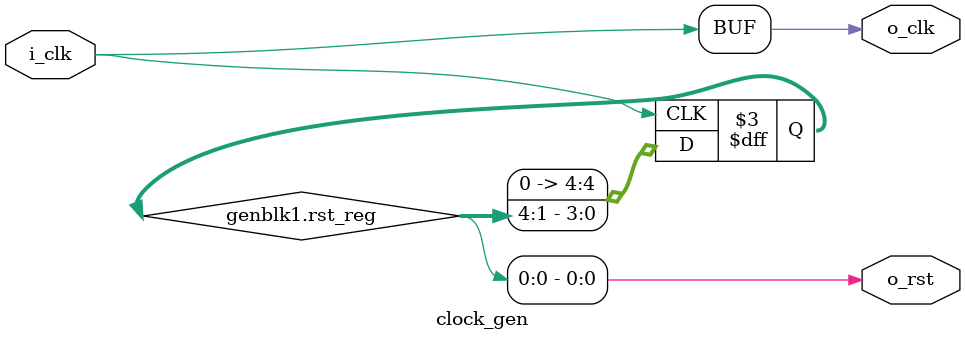
<source format=v>
`default_nettype none
module clock_gen
  (
   input wire  i_clk,
   output wire o_clk,
   output wire o_rst);

   parameter [79:0] PLL = "NONE";

   generate
      if ((PLL == "ICE40_CORE") || (PLL == "ICE40_PAD")) begin
	 ice40_pll #(.PLL (PLL)) pll
	   (.i_clk (i_clk),
	    .o_clk (o_clk),
	    .o_rst (o_rst));
      end else begin
	 assign o_clk = i_clk;

	 reg [4:0] rst_reg = 5'b11111;

	 always @(posedge o_clk)
	   rst_reg <= {1'b0, rst_reg[4:1]};
	 assign o_rst = rst_reg[0];
      end
   endgenerate
endmodule

</source>
